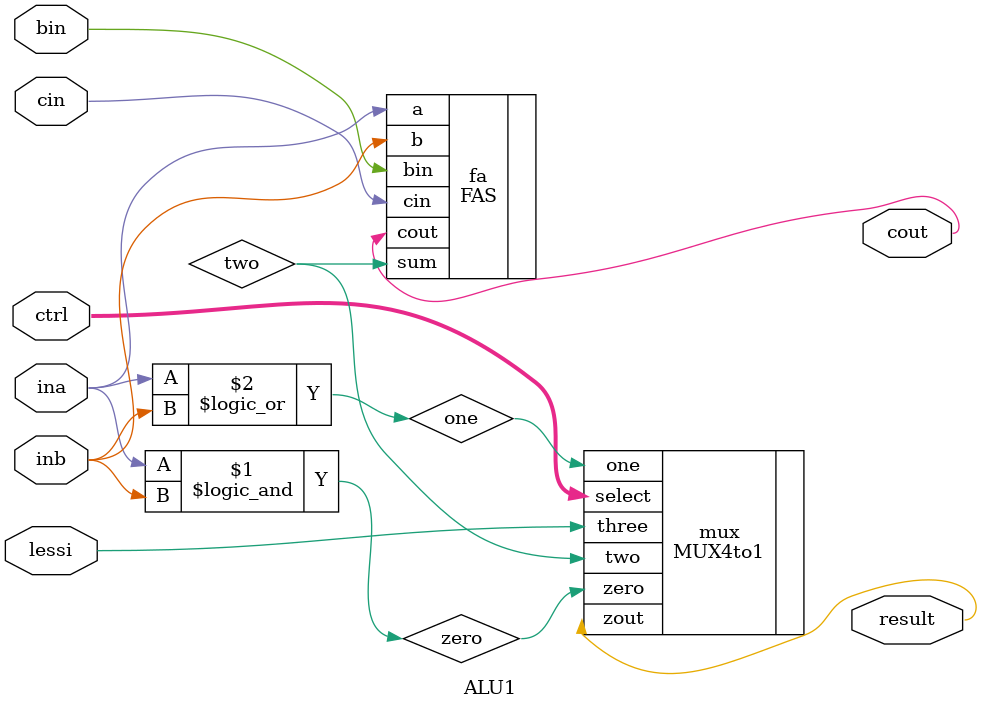
<source format=v>
`timescale 1ns/1ns
module ALU1(ina, inb, cin, lessi, ctrl, bin, cout, result);

    input ina, inb, cin, lessi;
    input [1:0] ctrl;
    input bin; // bit invert( add -> 0, sub -> 1 )
    output cout, result;
    
    wire zero, one, two;
    
    assign zero = ina && inb; // assign and solution to zero in MUX
    assign one = ina || inb;  // assign or solution to one in MUX

    FAS fa( .a( ina ), .b( inb ), .cin( cin ), .bin( bin ), .cout( cout ), .sum( two ) ); // assign add or sub solution to two in MUX
                                                                                          // also set cout of this ALU slice 
    MUX4to1 mux( .zero( zero ), .one( one ), .two( two ), .three( lessi ), .select( ctrl ), .zout( result )  ); // select the result

endmodule
</source>
